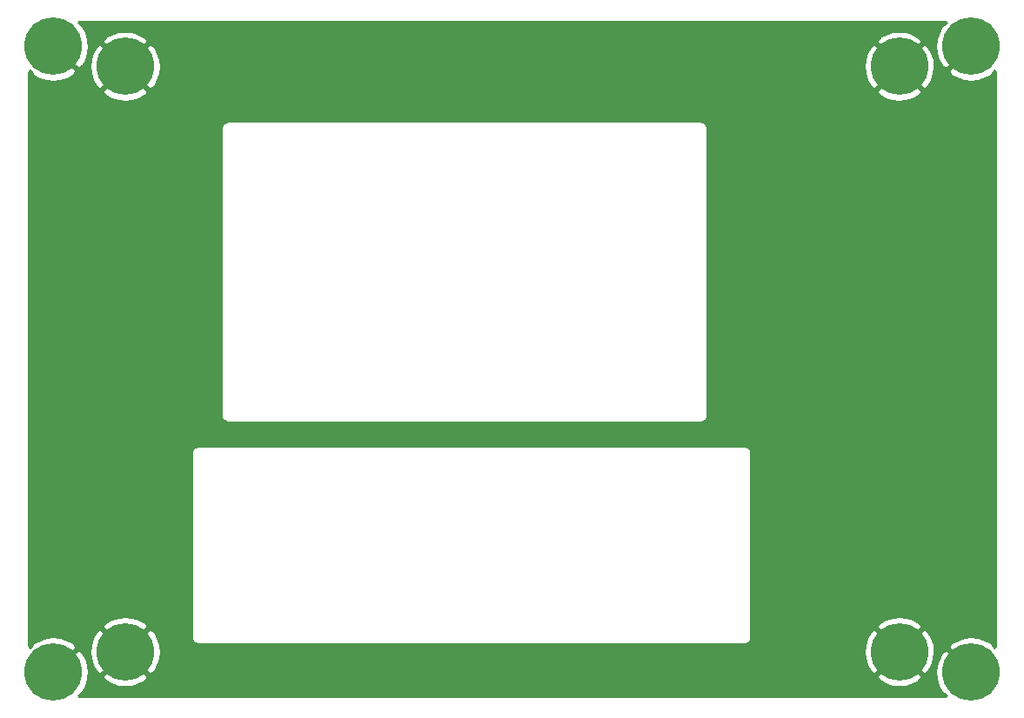
<source format=gbr>
G04 #@! TF.GenerationSoftware,KiCad,Pcbnew,(5.1.7)-1*
G04 #@! TF.CreationDate,2021-12-31T12:14:06+00:00*
G04 #@! TF.ProjectId,Panel,50616e65-6c2e-46b6-9963-61645f706362,rev?*
G04 #@! TF.SameCoordinates,Original*
G04 #@! TF.FileFunction,Copper,L1,Top*
G04 #@! TF.FilePolarity,Positive*
%FSLAX46Y46*%
G04 Gerber Fmt 4.6, Leading zero omitted, Abs format (unit mm)*
G04 Created by KiCad (PCBNEW (5.1.7)-1) date 2021-12-31 12:14:06*
%MOMM*%
%LPD*%
G01*
G04 APERTURE LIST*
G04 #@! TA.AperFunction,ComponentPad*
%ADD10C,5.600000*%
G04 #@! TD*
G04 #@! TA.AperFunction,Conductor*
%ADD11C,0.254000*%
G04 #@! TD*
G04 #@! TA.AperFunction,Conductor*
%ADD12C,0.100000*%
G04 #@! TD*
G04 APERTURE END LIST*
D10*
X210120000Y-67290000D03*
X203120000Y-126290000D03*
X120790000Y-128290000D03*
X120790000Y-67300000D03*
X127790000Y-69290000D03*
X127790000Y-126290000D03*
X203120000Y-69290000D03*
X210120000Y-128290000D03*
D11*
X207703517Y-65053125D02*
X207254823Y-65365308D01*
X206934388Y-65961259D01*
X206736374Y-66608273D01*
X206668390Y-67281484D01*
X206733051Y-67955023D01*
X206927870Y-68603006D01*
X207245361Y-69200530D01*
X207254823Y-69214692D01*
X207703519Y-69526876D01*
X209940395Y-67290000D01*
X209926253Y-67275858D01*
X210105858Y-67096253D01*
X210120000Y-67110395D01*
X210134143Y-67096253D01*
X210313748Y-67275858D01*
X210299605Y-67290000D01*
X210313748Y-67304143D01*
X210134143Y-67483748D01*
X210120000Y-67469605D01*
X207883124Y-69706481D01*
X208195308Y-70155177D01*
X208791259Y-70475612D01*
X209438273Y-70673626D01*
X210111484Y-70741610D01*
X210785023Y-70676949D01*
X211433006Y-70482130D01*
X212030530Y-70164639D01*
X212044692Y-70155177D01*
X212356875Y-69706483D01*
X212460001Y-69809609D01*
X212460000Y-125770392D01*
X212356875Y-125873517D01*
X212044692Y-125424823D01*
X211448741Y-125104388D01*
X210801727Y-124906374D01*
X210128516Y-124838390D01*
X209454977Y-124903051D01*
X208806994Y-125097870D01*
X208209470Y-125415361D01*
X208195308Y-125424823D01*
X207883124Y-125873519D01*
X210120000Y-128110395D01*
X210134143Y-128096253D01*
X210313748Y-128275858D01*
X210299605Y-128290000D01*
X210313748Y-128304143D01*
X210134143Y-128483748D01*
X210120000Y-128469605D01*
X210105858Y-128483748D01*
X209926253Y-128304143D01*
X209940395Y-128290000D01*
X207703519Y-126053124D01*
X207254823Y-126365308D01*
X206934388Y-126961259D01*
X206736374Y-127608273D01*
X206668390Y-128281484D01*
X206733051Y-128955023D01*
X206927870Y-129603006D01*
X207245361Y-130200530D01*
X207254823Y-130214692D01*
X207703517Y-130526875D01*
X207600392Y-130630000D01*
X123309608Y-130630000D01*
X123206483Y-130526875D01*
X123655177Y-130214692D01*
X123975612Y-129618741D01*
X124173626Y-128971727D01*
X124200411Y-128706481D01*
X125553124Y-128706481D01*
X125865308Y-129155177D01*
X126461259Y-129475612D01*
X127108273Y-129673626D01*
X127781484Y-129741610D01*
X128455023Y-129676949D01*
X129103006Y-129482130D01*
X129700530Y-129164639D01*
X129714692Y-129155177D01*
X130026876Y-128706481D01*
X200883124Y-128706481D01*
X201195308Y-129155177D01*
X201791259Y-129475612D01*
X202438273Y-129673626D01*
X203111484Y-129741610D01*
X203785023Y-129676949D01*
X204433006Y-129482130D01*
X205030530Y-129164639D01*
X205044692Y-129155177D01*
X205356876Y-128706481D01*
X203120000Y-126469605D01*
X200883124Y-128706481D01*
X130026876Y-128706481D01*
X127790000Y-126469605D01*
X125553124Y-128706481D01*
X124200411Y-128706481D01*
X124241610Y-128298516D01*
X124176949Y-127624977D01*
X123982130Y-126976994D01*
X123664639Y-126379470D01*
X123655177Y-126365308D01*
X123534699Y-126281484D01*
X124338390Y-126281484D01*
X124403051Y-126955023D01*
X124597870Y-127603006D01*
X124915361Y-128200530D01*
X124924823Y-128214692D01*
X125373519Y-128526876D01*
X127610395Y-126290000D01*
X127969605Y-126290000D01*
X130206481Y-128526876D01*
X130655177Y-128214692D01*
X130975612Y-127618741D01*
X131173626Y-126971727D01*
X131241610Y-126298516D01*
X131239975Y-126281484D01*
X199668390Y-126281484D01*
X199733051Y-126955023D01*
X199927870Y-127603006D01*
X200245361Y-128200530D01*
X200254823Y-128214692D01*
X200703519Y-128526876D01*
X202940395Y-126290000D01*
X203299605Y-126290000D01*
X205536481Y-128526876D01*
X205985177Y-128214692D01*
X206305612Y-127618741D01*
X206503626Y-126971727D01*
X206571610Y-126298516D01*
X206506949Y-125624977D01*
X206312130Y-124976994D01*
X205994639Y-124379470D01*
X205985177Y-124365308D01*
X205536481Y-124053124D01*
X203299605Y-126290000D01*
X202940395Y-126290000D01*
X200703519Y-124053124D01*
X200254823Y-124365308D01*
X199934388Y-124961259D01*
X199736374Y-125608273D01*
X199668390Y-126281484D01*
X131239975Y-126281484D01*
X131176949Y-125624977D01*
X130982130Y-124976994D01*
X130664639Y-124379470D01*
X130655177Y-124365308D01*
X130206481Y-124053124D01*
X127969605Y-126290000D01*
X127610395Y-126290000D01*
X125373519Y-124053124D01*
X124924823Y-124365308D01*
X124604388Y-124961259D01*
X124406374Y-125608273D01*
X124338390Y-126281484D01*
X123534699Y-126281484D01*
X123206481Y-126053124D01*
X120969605Y-128290000D01*
X120983748Y-128304143D01*
X120804143Y-128483748D01*
X120790000Y-128469605D01*
X120775858Y-128483748D01*
X120596253Y-128304143D01*
X120610395Y-128290000D01*
X120596253Y-128275858D01*
X120775858Y-128096253D01*
X120790000Y-128110395D01*
X123026876Y-125873519D01*
X122714692Y-125424823D01*
X122118741Y-125104388D01*
X121471727Y-124906374D01*
X120798516Y-124838390D01*
X120124977Y-124903051D01*
X119476994Y-125097870D01*
X118879470Y-125415361D01*
X118865308Y-125424823D01*
X118553125Y-125873517D01*
X118450000Y-125770392D01*
X118450000Y-123873519D01*
X125553124Y-123873519D01*
X127790000Y-126110395D01*
X130026876Y-123873519D01*
X129714692Y-123424823D01*
X129118741Y-123104388D01*
X128471727Y-122906374D01*
X127798516Y-122838390D01*
X127124977Y-122903051D01*
X126476994Y-123097870D01*
X125879470Y-123415361D01*
X125865308Y-123424823D01*
X125553124Y-123873519D01*
X118450000Y-123873519D01*
X118450000Y-106920000D01*
X134236807Y-106920000D01*
X134240001Y-106952429D01*
X134240000Y-124857581D01*
X134236807Y-124890000D01*
X134249550Y-125019383D01*
X134287290Y-125143793D01*
X134348575Y-125258450D01*
X134431052Y-125358948D01*
X134531550Y-125441425D01*
X134646207Y-125502710D01*
X134770617Y-125540450D01*
X134900000Y-125553193D01*
X134932419Y-125550000D01*
X188027581Y-125550000D01*
X188060000Y-125553193D01*
X188092419Y-125550000D01*
X188189383Y-125540450D01*
X188313793Y-125502710D01*
X188428450Y-125441425D01*
X188528948Y-125358948D01*
X188611425Y-125258450D01*
X188672710Y-125143793D01*
X188710450Y-125019383D01*
X188723193Y-124890000D01*
X188720000Y-124857581D01*
X188720000Y-123873519D01*
X200883124Y-123873519D01*
X203120000Y-126110395D01*
X205356876Y-123873519D01*
X205044692Y-123424823D01*
X204448741Y-123104388D01*
X203801727Y-122906374D01*
X203128516Y-122838390D01*
X202454977Y-122903051D01*
X201806994Y-123097870D01*
X201209470Y-123415361D01*
X201195308Y-123424823D01*
X200883124Y-123873519D01*
X188720000Y-123873519D01*
X188720000Y-106952419D01*
X188723193Y-106920000D01*
X188710450Y-106790617D01*
X188672710Y-106666207D01*
X188611425Y-106551550D01*
X188528948Y-106451052D01*
X188428450Y-106368575D01*
X188313793Y-106307290D01*
X188189383Y-106269550D01*
X188092419Y-106260000D01*
X188060000Y-106256807D01*
X188027581Y-106260000D01*
X134932419Y-106260000D01*
X134900000Y-106256807D01*
X134867581Y-106260000D01*
X134770617Y-106269550D01*
X134646207Y-106307290D01*
X134531550Y-106368575D01*
X134431052Y-106451052D01*
X134348575Y-106551550D01*
X134287290Y-106666207D01*
X134249550Y-106790617D01*
X134236807Y-106920000D01*
X118450000Y-106920000D01*
X118450000Y-75290000D01*
X137126807Y-75290000D01*
X137130000Y-75322419D01*
X137130001Y-103257571D01*
X137126807Y-103290000D01*
X137139550Y-103419383D01*
X137177290Y-103543793D01*
X137238575Y-103658450D01*
X137321052Y-103758948D01*
X137421550Y-103841425D01*
X137536207Y-103902710D01*
X137660617Y-103940450D01*
X137757581Y-103950000D01*
X137790000Y-103953193D01*
X137822419Y-103950000D01*
X183757581Y-103950000D01*
X183790000Y-103953193D01*
X183822419Y-103950000D01*
X183919383Y-103940450D01*
X184043793Y-103902710D01*
X184158450Y-103841425D01*
X184258948Y-103758948D01*
X184341425Y-103658450D01*
X184402710Y-103543793D01*
X184440450Y-103419383D01*
X184453193Y-103290000D01*
X184450000Y-103257581D01*
X184450000Y-75322419D01*
X184453193Y-75290000D01*
X184440450Y-75160617D01*
X184402710Y-75036207D01*
X184341425Y-74921550D01*
X184258948Y-74821052D01*
X184158450Y-74738575D01*
X184043793Y-74677290D01*
X183919383Y-74639550D01*
X183822419Y-74630000D01*
X183790000Y-74626807D01*
X183757581Y-74630000D01*
X137822419Y-74630000D01*
X137790000Y-74626807D01*
X137757581Y-74630000D01*
X137660617Y-74639550D01*
X137536207Y-74677290D01*
X137421550Y-74738575D01*
X137321052Y-74821052D01*
X137238575Y-74921550D01*
X137177290Y-75036207D01*
X137139550Y-75160617D01*
X137126807Y-75290000D01*
X118450000Y-75290000D01*
X118450000Y-71706481D01*
X125553124Y-71706481D01*
X125865308Y-72155177D01*
X126461259Y-72475612D01*
X127108273Y-72673626D01*
X127781484Y-72741610D01*
X128455023Y-72676949D01*
X129103006Y-72482130D01*
X129700530Y-72164639D01*
X129714692Y-72155177D01*
X130026876Y-71706481D01*
X200883124Y-71706481D01*
X201195308Y-72155177D01*
X201791259Y-72475612D01*
X202438273Y-72673626D01*
X203111484Y-72741610D01*
X203785023Y-72676949D01*
X204433006Y-72482130D01*
X205030530Y-72164639D01*
X205044692Y-72155177D01*
X205356876Y-71706481D01*
X203120000Y-69469605D01*
X200883124Y-71706481D01*
X130026876Y-71706481D01*
X127790000Y-69469605D01*
X125553124Y-71706481D01*
X118450000Y-71706481D01*
X118450000Y-69819608D01*
X118553125Y-69716483D01*
X118865308Y-70165177D01*
X119461259Y-70485612D01*
X120108273Y-70683626D01*
X120781484Y-70751610D01*
X121455023Y-70686949D01*
X122103006Y-70492130D01*
X122700530Y-70174639D01*
X122714692Y-70165177D01*
X123026876Y-69716481D01*
X120790000Y-67479605D01*
X120775858Y-67493748D01*
X120596253Y-67314143D01*
X120610395Y-67300000D01*
X120596253Y-67285858D01*
X120775858Y-67106253D01*
X120790000Y-67120395D01*
X120804143Y-67106253D01*
X120983748Y-67285858D01*
X120969605Y-67300000D01*
X123206481Y-69536876D01*
X123573550Y-69281484D01*
X124338390Y-69281484D01*
X124403051Y-69955023D01*
X124597870Y-70603006D01*
X124915361Y-71200530D01*
X124924823Y-71214692D01*
X125373519Y-71526876D01*
X127610395Y-69290000D01*
X127969605Y-69290000D01*
X130206481Y-71526876D01*
X130655177Y-71214692D01*
X130975612Y-70618741D01*
X131173626Y-69971727D01*
X131241610Y-69298516D01*
X131239975Y-69281484D01*
X199668390Y-69281484D01*
X199733051Y-69955023D01*
X199927870Y-70603006D01*
X200245361Y-71200530D01*
X200254823Y-71214692D01*
X200703519Y-71526876D01*
X202940395Y-69290000D01*
X203299605Y-69290000D01*
X205536481Y-71526876D01*
X205985177Y-71214692D01*
X206305612Y-70618741D01*
X206503626Y-69971727D01*
X206571610Y-69298516D01*
X206506949Y-68624977D01*
X206312130Y-67976994D01*
X205994639Y-67379470D01*
X205985177Y-67365308D01*
X205536481Y-67053124D01*
X203299605Y-69290000D01*
X202940395Y-69290000D01*
X200703519Y-67053124D01*
X200254823Y-67365308D01*
X199934388Y-67961259D01*
X199736374Y-68608273D01*
X199668390Y-69281484D01*
X131239975Y-69281484D01*
X131176949Y-68624977D01*
X130982130Y-67976994D01*
X130664639Y-67379470D01*
X130655177Y-67365308D01*
X130206481Y-67053124D01*
X127969605Y-69290000D01*
X127610395Y-69290000D01*
X125373519Y-67053124D01*
X124924823Y-67365308D01*
X124604388Y-67961259D01*
X124406374Y-68608273D01*
X124338390Y-69281484D01*
X123573550Y-69281484D01*
X123655177Y-69224692D01*
X123975612Y-68628741D01*
X124173626Y-67981727D01*
X124241610Y-67308516D01*
X124199850Y-66873519D01*
X125553124Y-66873519D01*
X127790000Y-69110395D01*
X130026876Y-66873519D01*
X200883124Y-66873519D01*
X203120000Y-69110395D01*
X205356876Y-66873519D01*
X205044692Y-66424823D01*
X204448741Y-66104388D01*
X203801727Y-65906374D01*
X203128516Y-65838390D01*
X202454977Y-65903051D01*
X201806994Y-66097870D01*
X201209470Y-66415361D01*
X201195308Y-66424823D01*
X200883124Y-66873519D01*
X130026876Y-66873519D01*
X129714692Y-66424823D01*
X129118741Y-66104388D01*
X128471727Y-65906374D01*
X127798516Y-65838390D01*
X127124977Y-65903051D01*
X126476994Y-66097870D01*
X125879470Y-66415361D01*
X125865308Y-66424823D01*
X125553124Y-66873519D01*
X124199850Y-66873519D01*
X124176949Y-66634977D01*
X123982130Y-65986994D01*
X123664639Y-65389470D01*
X123655177Y-65375308D01*
X123206483Y-65063125D01*
X123319608Y-64950000D01*
X207600392Y-64950000D01*
X207703517Y-65053125D01*
G04 #@! TA.AperFunction,Conductor*
D12*
G36*
X207703517Y-65053125D02*
G01*
X207254823Y-65365308D01*
X206934388Y-65961259D01*
X206736374Y-66608273D01*
X206668390Y-67281484D01*
X206733051Y-67955023D01*
X206927870Y-68603006D01*
X207245361Y-69200530D01*
X207254823Y-69214692D01*
X207703519Y-69526876D01*
X209940395Y-67290000D01*
X209926253Y-67275858D01*
X210105858Y-67096253D01*
X210120000Y-67110395D01*
X210134143Y-67096253D01*
X210313748Y-67275858D01*
X210299605Y-67290000D01*
X210313748Y-67304143D01*
X210134143Y-67483748D01*
X210120000Y-67469605D01*
X207883124Y-69706481D01*
X208195308Y-70155177D01*
X208791259Y-70475612D01*
X209438273Y-70673626D01*
X210111484Y-70741610D01*
X210785023Y-70676949D01*
X211433006Y-70482130D01*
X212030530Y-70164639D01*
X212044692Y-70155177D01*
X212356875Y-69706483D01*
X212460001Y-69809609D01*
X212460000Y-125770392D01*
X212356875Y-125873517D01*
X212044692Y-125424823D01*
X211448741Y-125104388D01*
X210801727Y-124906374D01*
X210128516Y-124838390D01*
X209454977Y-124903051D01*
X208806994Y-125097870D01*
X208209470Y-125415361D01*
X208195308Y-125424823D01*
X207883124Y-125873519D01*
X210120000Y-128110395D01*
X210134143Y-128096253D01*
X210313748Y-128275858D01*
X210299605Y-128290000D01*
X210313748Y-128304143D01*
X210134143Y-128483748D01*
X210120000Y-128469605D01*
X210105858Y-128483748D01*
X209926253Y-128304143D01*
X209940395Y-128290000D01*
X207703519Y-126053124D01*
X207254823Y-126365308D01*
X206934388Y-126961259D01*
X206736374Y-127608273D01*
X206668390Y-128281484D01*
X206733051Y-128955023D01*
X206927870Y-129603006D01*
X207245361Y-130200530D01*
X207254823Y-130214692D01*
X207703517Y-130526875D01*
X207600392Y-130630000D01*
X123309608Y-130630000D01*
X123206483Y-130526875D01*
X123655177Y-130214692D01*
X123975612Y-129618741D01*
X124173626Y-128971727D01*
X124200411Y-128706481D01*
X125553124Y-128706481D01*
X125865308Y-129155177D01*
X126461259Y-129475612D01*
X127108273Y-129673626D01*
X127781484Y-129741610D01*
X128455023Y-129676949D01*
X129103006Y-129482130D01*
X129700530Y-129164639D01*
X129714692Y-129155177D01*
X130026876Y-128706481D01*
X200883124Y-128706481D01*
X201195308Y-129155177D01*
X201791259Y-129475612D01*
X202438273Y-129673626D01*
X203111484Y-129741610D01*
X203785023Y-129676949D01*
X204433006Y-129482130D01*
X205030530Y-129164639D01*
X205044692Y-129155177D01*
X205356876Y-128706481D01*
X203120000Y-126469605D01*
X200883124Y-128706481D01*
X130026876Y-128706481D01*
X127790000Y-126469605D01*
X125553124Y-128706481D01*
X124200411Y-128706481D01*
X124241610Y-128298516D01*
X124176949Y-127624977D01*
X123982130Y-126976994D01*
X123664639Y-126379470D01*
X123655177Y-126365308D01*
X123534699Y-126281484D01*
X124338390Y-126281484D01*
X124403051Y-126955023D01*
X124597870Y-127603006D01*
X124915361Y-128200530D01*
X124924823Y-128214692D01*
X125373519Y-128526876D01*
X127610395Y-126290000D01*
X127969605Y-126290000D01*
X130206481Y-128526876D01*
X130655177Y-128214692D01*
X130975612Y-127618741D01*
X131173626Y-126971727D01*
X131241610Y-126298516D01*
X131239975Y-126281484D01*
X199668390Y-126281484D01*
X199733051Y-126955023D01*
X199927870Y-127603006D01*
X200245361Y-128200530D01*
X200254823Y-128214692D01*
X200703519Y-128526876D01*
X202940395Y-126290000D01*
X203299605Y-126290000D01*
X205536481Y-128526876D01*
X205985177Y-128214692D01*
X206305612Y-127618741D01*
X206503626Y-126971727D01*
X206571610Y-126298516D01*
X206506949Y-125624977D01*
X206312130Y-124976994D01*
X205994639Y-124379470D01*
X205985177Y-124365308D01*
X205536481Y-124053124D01*
X203299605Y-126290000D01*
X202940395Y-126290000D01*
X200703519Y-124053124D01*
X200254823Y-124365308D01*
X199934388Y-124961259D01*
X199736374Y-125608273D01*
X199668390Y-126281484D01*
X131239975Y-126281484D01*
X131176949Y-125624977D01*
X130982130Y-124976994D01*
X130664639Y-124379470D01*
X130655177Y-124365308D01*
X130206481Y-124053124D01*
X127969605Y-126290000D01*
X127610395Y-126290000D01*
X125373519Y-124053124D01*
X124924823Y-124365308D01*
X124604388Y-124961259D01*
X124406374Y-125608273D01*
X124338390Y-126281484D01*
X123534699Y-126281484D01*
X123206481Y-126053124D01*
X120969605Y-128290000D01*
X120983748Y-128304143D01*
X120804143Y-128483748D01*
X120790000Y-128469605D01*
X120775858Y-128483748D01*
X120596253Y-128304143D01*
X120610395Y-128290000D01*
X120596253Y-128275858D01*
X120775858Y-128096253D01*
X120790000Y-128110395D01*
X123026876Y-125873519D01*
X122714692Y-125424823D01*
X122118741Y-125104388D01*
X121471727Y-124906374D01*
X120798516Y-124838390D01*
X120124977Y-124903051D01*
X119476994Y-125097870D01*
X118879470Y-125415361D01*
X118865308Y-125424823D01*
X118553125Y-125873517D01*
X118450000Y-125770392D01*
X118450000Y-123873519D01*
X125553124Y-123873519D01*
X127790000Y-126110395D01*
X130026876Y-123873519D01*
X129714692Y-123424823D01*
X129118741Y-123104388D01*
X128471727Y-122906374D01*
X127798516Y-122838390D01*
X127124977Y-122903051D01*
X126476994Y-123097870D01*
X125879470Y-123415361D01*
X125865308Y-123424823D01*
X125553124Y-123873519D01*
X118450000Y-123873519D01*
X118450000Y-106920000D01*
X134236807Y-106920000D01*
X134240001Y-106952429D01*
X134240000Y-124857581D01*
X134236807Y-124890000D01*
X134249550Y-125019383D01*
X134287290Y-125143793D01*
X134348575Y-125258450D01*
X134431052Y-125358948D01*
X134531550Y-125441425D01*
X134646207Y-125502710D01*
X134770617Y-125540450D01*
X134900000Y-125553193D01*
X134932419Y-125550000D01*
X188027581Y-125550000D01*
X188060000Y-125553193D01*
X188092419Y-125550000D01*
X188189383Y-125540450D01*
X188313793Y-125502710D01*
X188428450Y-125441425D01*
X188528948Y-125358948D01*
X188611425Y-125258450D01*
X188672710Y-125143793D01*
X188710450Y-125019383D01*
X188723193Y-124890000D01*
X188720000Y-124857581D01*
X188720000Y-123873519D01*
X200883124Y-123873519D01*
X203120000Y-126110395D01*
X205356876Y-123873519D01*
X205044692Y-123424823D01*
X204448741Y-123104388D01*
X203801727Y-122906374D01*
X203128516Y-122838390D01*
X202454977Y-122903051D01*
X201806994Y-123097870D01*
X201209470Y-123415361D01*
X201195308Y-123424823D01*
X200883124Y-123873519D01*
X188720000Y-123873519D01*
X188720000Y-106952419D01*
X188723193Y-106920000D01*
X188710450Y-106790617D01*
X188672710Y-106666207D01*
X188611425Y-106551550D01*
X188528948Y-106451052D01*
X188428450Y-106368575D01*
X188313793Y-106307290D01*
X188189383Y-106269550D01*
X188092419Y-106260000D01*
X188060000Y-106256807D01*
X188027581Y-106260000D01*
X134932419Y-106260000D01*
X134900000Y-106256807D01*
X134867581Y-106260000D01*
X134770617Y-106269550D01*
X134646207Y-106307290D01*
X134531550Y-106368575D01*
X134431052Y-106451052D01*
X134348575Y-106551550D01*
X134287290Y-106666207D01*
X134249550Y-106790617D01*
X134236807Y-106920000D01*
X118450000Y-106920000D01*
X118450000Y-75290000D01*
X137126807Y-75290000D01*
X137130000Y-75322419D01*
X137130001Y-103257571D01*
X137126807Y-103290000D01*
X137139550Y-103419383D01*
X137177290Y-103543793D01*
X137238575Y-103658450D01*
X137321052Y-103758948D01*
X137421550Y-103841425D01*
X137536207Y-103902710D01*
X137660617Y-103940450D01*
X137757581Y-103950000D01*
X137790000Y-103953193D01*
X137822419Y-103950000D01*
X183757581Y-103950000D01*
X183790000Y-103953193D01*
X183822419Y-103950000D01*
X183919383Y-103940450D01*
X184043793Y-103902710D01*
X184158450Y-103841425D01*
X184258948Y-103758948D01*
X184341425Y-103658450D01*
X184402710Y-103543793D01*
X184440450Y-103419383D01*
X184453193Y-103290000D01*
X184450000Y-103257581D01*
X184450000Y-75322419D01*
X184453193Y-75290000D01*
X184440450Y-75160617D01*
X184402710Y-75036207D01*
X184341425Y-74921550D01*
X184258948Y-74821052D01*
X184158450Y-74738575D01*
X184043793Y-74677290D01*
X183919383Y-74639550D01*
X183822419Y-74630000D01*
X183790000Y-74626807D01*
X183757581Y-74630000D01*
X137822419Y-74630000D01*
X137790000Y-74626807D01*
X137757581Y-74630000D01*
X137660617Y-74639550D01*
X137536207Y-74677290D01*
X137421550Y-74738575D01*
X137321052Y-74821052D01*
X137238575Y-74921550D01*
X137177290Y-75036207D01*
X137139550Y-75160617D01*
X137126807Y-75290000D01*
X118450000Y-75290000D01*
X118450000Y-71706481D01*
X125553124Y-71706481D01*
X125865308Y-72155177D01*
X126461259Y-72475612D01*
X127108273Y-72673626D01*
X127781484Y-72741610D01*
X128455023Y-72676949D01*
X129103006Y-72482130D01*
X129700530Y-72164639D01*
X129714692Y-72155177D01*
X130026876Y-71706481D01*
X200883124Y-71706481D01*
X201195308Y-72155177D01*
X201791259Y-72475612D01*
X202438273Y-72673626D01*
X203111484Y-72741610D01*
X203785023Y-72676949D01*
X204433006Y-72482130D01*
X205030530Y-72164639D01*
X205044692Y-72155177D01*
X205356876Y-71706481D01*
X203120000Y-69469605D01*
X200883124Y-71706481D01*
X130026876Y-71706481D01*
X127790000Y-69469605D01*
X125553124Y-71706481D01*
X118450000Y-71706481D01*
X118450000Y-69819608D01*
X118553125Y-69716483D01*
X118865308Y-70165177D01*
X119461259Y-70485612D01*
X120108273Y-70683626D01*
X120781484Y-70751610D01*
X121455023Y-70686949D01*
X122103006Y-70492130D01*
X122700530Y-70174639D01*
X122714692Y-70165177D01*
X123026876Y-69716481D01*
X120790000Y-67479605D01*
X120775858Y-67493748D01*
X120596253Y-67314143D01*
X120610395Y-67300000D01*
X120596253Y-67285858D01*
X120775858Y-67106253D01*
X120790000Y-67120395D01*
X120804143Y-67106253D01*
X120983748Y-67285858D01*
X120969605Y-67300000D01*
X123206481Y-69536876D01*
X123573550Y-69281484D01*
X124338390Y-69281484D01*
X124403051Y-69955023D01*
X124597870Y-70603006D01*
X124915361Y-71200530D01*
X124924823Y-71214692D01*
X125373519Y-71526876D01*
X127610395Y-69290000D01*
X127969605Y-69290000D01*
X130206481Y-71526876D01*
X130655177Y-71214692D01*
X130975612Y-70618741D01*
X131173626Y-69971727D01*
X131241610Y-69298516D01*
X131239975Y-69281484D01*
X199668390Y-69281484D01*
X199733051Y-69955023D01*
X199927870Y-70603006D01*
X200245361Y-71200530D01*
X200254823Y-71214692D01*
X200703519Y-71526876D01*
X202940395Y-69290000D01*
X203299605Y-69290000D01*
X205536481Y-71526876D01*
X205985177Y-71214692D01*
X206305612Y-70618741D01*
X206503626Y-69971727D01*
X206571610Y-69298516D01*
X206506949Y-68624977D01*
X206312130Y-67976994D01*
X205994639Y-67379470D01*
X205985177Y-67365308D01*
X205536481Y-67053124D01*
X203299605Y-69290000D01*
X202940395Y-69290000D01*
X200703519Y-67053124D01*
X200254823Y-67365308D01*
X199934388Y-67961259D01*
X199736374Y-68608273D01*
X199668390Y-69281484D01*
X131239975Y-69281484D01*
X131176949Y-68624977D01*
X130982130Y-67976994D01*
X130664639Y-67379470D01*
X130655177Y-67365308D01*
X130206481Y-67053124D01*
X127969605Y-69290000D01*
X127610395Y-69290000D01*
X125373519Y-67053124D01*
X124924823Y-67365308D01*
X124604388Y-67961259D01*
X124406374Y-68608273D01*
X124338390Y-69281484D01*
X123573550Y-69281484D01*
X123655177Y-69224692D01*
X123975612Y-68628741D01*
X124173626Y-67981727D01*
X124241610Y-67308516D01*
X124199850Y-66873519D01*
X125553124Y-66873519D01*
X127790000Y-69110395D01*
X130026876Y-66873519D01*
X200883124Y-66873519D01*
X203120000Y-69110395D01*
X205356876Y-66873519D01*
X205044692Y-66424823D01*
X204448741Y-66104388D01*
X203801727Y-65906374D01*
X203128516Y-65838390D01*
X202454977Y-65903051D01*
X201806994Y-66097870D01*
X201209470Y-66415361D01*
X201195308Y-66424823D01*
X200883124Y-66873519D01*
X130026876Y-66873519D01*
X129714692Y-66424823D01*
X129118741Y-66104388D01*
X128471727Y-65906374D01*
X127798516Y-65838390D01*
X127124977Y-65903051D01*
X126476994Y-66097870D01*
X125879470Y-66415361D01*
X125865308Y-66424823D01*
X125553124Y-66873519D01*
X124199850Y-66873519D01*
X124176949Y-66634977D01*
X123982130Y-65986994D01*
X123664639Y-65389470D01*
X123655177Y-65375308D01*
X123206483Y-65063125D01*
X123319608Y-64950000D01*
X207600392Y-64950000D01*
X207703517Y-65053125D01*
G37*
G04 #@! TD.AperFunction*
M02*

</source>
